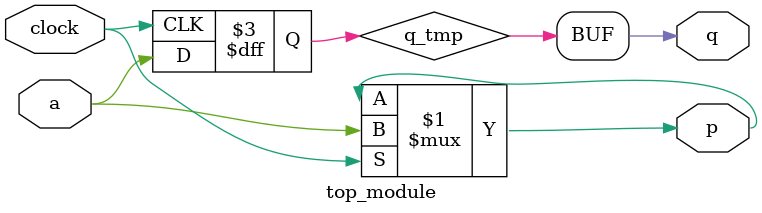
<source format=v>

module top_module (
    input clock,
    input a,
    output p,
    output q );
    
    reg q_tmp;

    assign p = clock ? a : p;
    assign q = q_tmp;

    always @(negedge clock) begin
        q_tmp <= a;
    end
    
endmodule
</source>
